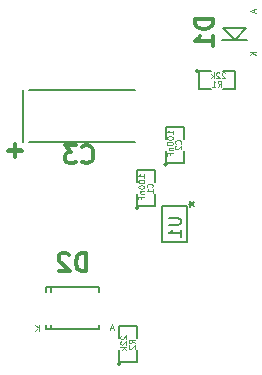
<source format=gbr>
G04 #@! TF.FileFunction,Legend,Bot*
%FSLAX46Y46*%
G04 Gerber Fmt 4.6, Leading zero omitted, Abs format (unit mm)*
G04 Created by KiCad (PCBNEW (2015-05-13 BZR 5653)-product) date 7. 1. 2016 11:06:17*
%MOMM*%
G01*
G04 APERTURE LIST*
%ADD10C,0.300000*%
%ADD11C,0.150000*%
%ADD12C,0.109220*%
%ADD13C,0.304800*%
%ADD14C,0.099060*%
G04 APERTURE END LIST*
D10*
D11*
X13589000Y24384000D02*
G75*
G03X13589000Y24384000I-127000J0D01*
G01*
X13462000Y25527000D02*
X13462000Y24511000D01*
X13462000Y24511000D02*
X14986000Y24511000D01*
X14986000Y24511000D02*
X14986000Y25527000D01*
X14986000Y26543000D02*
X14986000Y27559000D01*
X14986000Y27559000D02*
X13462000Y27559000D01*
X13462000Y27559000D02*
X13462000Y26543000D01*
X1348740Y26248360D02*
X1348740Y30647640D01*
X1849120Y30647640D02*
X10850880Y30647640D01*
X10850880Y26248360D02*
X1849120Y26248360D01*
X695960Y25146000D02*
X695960Y26245820D01*
X96520Y25646380D02*
X1295400Y25646380D01*
X19354800Y34909760D02*
X18303240Y35910520D01*
X18303240Y35910520D02*
X20304760Y35910520D01*
X20304760Y35910520D02*
X19304000Y34909760D01*
X18254980Y34909760D02*
X20353020Y34909760D01*
X3787140Y10441940D02*
X3787140Y10792460D01*
X3787140Y13942060D02*
X3787140Y13591540D01*
X3337560Y10441940D02*
X3337560Y10792460D01*
X7838440Y10441940D02*
X7838440Y10792460D01*
X7838440Y13942060D02*
X7838440Y13591540D01*
X3337560Y13942060D02*
X3337560Y13591540D01*
X7838440Y10441940D02*
X3337560Y10441940D01*
X7838440Y13942060D02*
X3337560Y13942060D01*
X16256000Y32258000D02*
G75*
G03X16256000Y32258000I-127000J0D01*
G01*
X17272000Y32258000D02*
X16256000Y32258000D01*
X16256000Y32258000D02*
X16256000Y30734000D01*
X16256000Y30734000D02*
X17272000Y30734000D01*
X18288000Y30734000D02*
X19304000Y30734000D01*
X19304000Y30734000D02*
X19304000Y32258000D01*
X19304000Y32258000D02*
X18288000Y32258000D01*
X9652000Y7493000D02*
G75*
G03X9652000Y7493000I-127000J0D01*
G01*
X9525000Y8636000D02*
X9525000Y7620000D01*
X9525000Y7620000D02*
X11049000Y7620000D01*
X11049000Y7620000D02*
X11049000Y8636000D01*
X11049000Y9652000D02*
X11049000Y10668000D01*
X11049000Y10668000D02*
X9525000Y10668000D01*
X9525000Y10668000D02*
X9525000Y9652000D01*
X13174000Y20854000D02*
X13174000Y17754000D01*
X13174000Y17754000D02*
X15274000Y17754000D01*
X15274000Y17754000D02*
X15274000Y20854000D01*
X15274000Y20854000D02*
X13174000Y20854000D01*
X11176000Y20701000D02*
G75*
G03X11176000Y20701000I-127000J0D01*
G01*
X11049000Y21844000D02*
X11049000Y20828000D01*
X11049000Y20828000D02*
X12573000Y20828000D01*
X12573000Y20828000D02*
X12573000Y21844000D01*
X12573000Y22860000D02*
X12573000Y23876000D01*
X12573000Y23876000D02*
X11049000Y23876000D01*
X11049000Y23876000D02*
X11049000Y22860000D01*
D12*
X14720207Y26118396D02*
X14744035Y26142224D01*
X14767862Y26213707D01*
X14767862Y26261362D01*
X14744035Y26332845D01*
X14696380Y26380500D01*
X14648724Y26404328D01*
X14553414Y26428156D01*
X14481931Y26428156D01*
X14386620Y26404328D01*
X14338965Y26380500D01*
X14291310Y26332845D01*
X14267482Y26261362D01*
X14267482Y26213707D01*
X14291310Y26142224D01*
X14315138Y26118396D01*
X14315138Y25927776D02*
X14291310Y25903948D01*
X14267482Y25856293D01*
X14267482Y25737155D01*
X14291310Y25689499D01*
X14315138Y25665672D01*
X14362793Y25641844D01*
X14410448Y25641844D01*
X14481931Y25665672D01*
X14767862Y25951603D01*
X14767862Y25641844D01*
X14069362Y26936397D02*
X14069362Y27222329D01*
X14069362Y27079363D02*
X13568982Y27079363D01*
X13640465Y27127018D01*
X13688120Y27174673D01*
X13711948Y27222329D01*
X13568982Y26626638D02*
X13568982Y26578983D01*
X13592810Y26531328D01*
X13616638Y26507500D01*
X13664293Y26483673D01*
X13759603Y26459845D01*
X13878741Y26459845D01*
X13974052Y26483673D01*
X14021707Y26507500D01*
X14045535Y26531328D01*
X14069362Y26578983D01*
X14069362Y26626638D01*
X14045535Y26674294D01*
X14021707Y26698121D01*
X13974052Y26721949D01*
X13878741Y26745777D01*
X13759603Y26745777D01*
X13664293Y26721949D01*
X13616638Y26698121D01*
X13592810Y26674294D01*
X13568982Y26626638D01*
X13568982Y26150086D02*
X13568982Y26102431D01*
X13592810Y26054776D01*
X13616638Y26030948D01*
X13664293Y26007121D01*
X13759603Y25983293D01*
X13878741Y25983293D01*
X13974052Y26007121D01*
X14021707Y26030948D01*
X14045535Y26054776D01*
X14069362Y26102431D01*
X14069362Y26150086D01*
X14045535Y26197742D01*
X14021707Y26221569D01*
X13974052Y26245397D01*
X13878741Y26269225D01*
X13759603Y26269225D01*
X13664293Y26245397D01*
X13616638Y26221569D01*
X13592810Y26197742D01*
X13568982Y26150086D01*
X13735776Y25768845D02*
X14069362Y25768845D01*
X13783431Y25768845D02*
X13759603Y25745017D01*
X13735776Y25697362D01*
X13735776Y25625879D01*
X13759603Y25578224D01*
X13807259Y25554396D01*
X14069362Y25554396D01*
X13807259Y25149327D02*
X13807259Y25316120D01*
X14069362Y25316120D02*
X13568982Y25316120D01*
X13568982Y25077844D01*
D13*
X6403340Y24604254D02*
X6475911Y24531683D01*
X6693625Y24459111D01*
X6838768Y24459111D01*
X7056483Y24531683D01*
X7201625Y24676826D01*
X7274197Y24821969D01*
X7346768Y25112254D01*
X7346768Y25329969D01*
X7274197Y25620254D01*
X7201625Y25765397D01*
X7056483Y25910540D01*
X6838768Y25983111D01*
X6693625Y25983111D01*
X6475911Y25910540D01*
X6403340Y25837969D01*
X5895340Y25983111D02*
X4951911Y25983111D01*
X5459911Y25402540D01*
X5242197Y25402540D01*
X5097054Y25329969D01*
X5024483Y25257397D01*
X4951911Y25112254D01*
X4951911Y24749397D01*
X5024483Y24604254D01*
X5097054Y24531683D01*
X5242197Y24459111D01*
X5677625Y24459111D01*
X5822768Y24531683D01*
X5895340Y24604254D01*
X1279071Y25540063D02*
X117928Y25540063D01*
X698499Y24959491D02*
X698499Y26120634D01*
X17453429Y36684857D02*
X15929429Y36684857D01*
X15929429Y36322000D01*
X16002000Y36104285D01*
X16147143Y35959143D01*
X16292286Y35886571D01*
X16582571Y35814000D01*
X16800286Y35814000D01*
X17090571Y35886571D01*
X17235714Y35959143D01*
X17380857Y36104285D01*
X17453429Y36322000D01*
X17453429Y36684857D01*
X17453429Y34362571D02*
X17453429Y35233428D01*
X17453429Y34798000D02*
X15929429Y34798000D01*
X16147143Y34943143D01*
X16292286Y35088285D01*
X16364857Y35233428D01*
D14*
X20936797Y37479998D02*
X20936797Y37241721D01*
X21079762Y37527653D02*
X20579382Y37360859D01*
X21079762Y37194066D01*
X21079762Y33890192D02*
X20579382Y33890192D01*
X21079762Y33604260D02*
X20793831Y33818709D01*
X20579382Y33604260D02*
X20865314Y33890192D01*
D13*
X6712857Y15312571D02*
X6712857Y16836571D01*
X6350000Y16836571D01*
X6132285Y16764000D01*
X5987143Y16618857D01*
X5914571Y16473714D01*
X5842000Y16183429D01*
X5842000Y15965714D01*
X5914571Y15675429D01*
X5987143Y15530286D01*
X6132285Y15385143D01*
X6350000Y15312571D01*
X6712857Y15312571D01*
X5261428Y16691429D02*
X5188857Y16764000D01*
X5043714Y16836571D01*
X4680857Y16836571D01*
X4535714Y16764000D01*
X4463143Y16691429D01*
X4390571Y16546286D01*
X4390571Y16401143D01*
X4463143Y16183429D01*
X5334000Y15312571D01*
X4390571Y15312571D01*
D14*
X9006598Y10508403D02*
X8768321Y10508403D01*
X9054253Y10365438D02*
X8887459Y10865818D01*
X8720666Y10365438D01*
X2719312Y10266378D02*
X2719312Y10766758D01*
X2433380Y10266378D02*
X2647829Y10552309D01*
X2433380Y10766758D02*
X2719312Y10480826D01*
D12*
X17863396Y30952138D02*
X18030190Y31190414D01*
X18149328Y30952138D02*
X18149328Y31452518D01*
X17958707Y31452518D01*
X17911052Y31428690D01*
X17887224Y31404862D01*
X17863396Y31357207D01*
X17863396Y31285724D01*
X17887224Y31238069D01*
X17911052Y31214241D01*
X17958707Y31190414D01*
X18149328Y31190414D01*
X17386844Y30952138D02*
X17672776Y30952138D01*
X17529810Y30952138D02*
X17529810Y31452518D01*
X17577465Y31381035D01*
X17625120Y31333380D01*
X17672776Y31309552D01*
X18490777Y32103362D02*
X18466949Y32127190D01*
X18419294Y32151018D01*
X18300156Y32151018D01*
X18252500Y32127190D01*
X18228673Y32103362D01*
X18204845Y32055707D01*
X18204845Y32008052D01*
X18228673Y31936569D01*
X18514604Y31650638D01*
X18204845Y31650638D01*
X18014225Y32103362D02*
X17990397Y32127190D01*
X17942742Y32151018D01*
X17823604Y32151018D01*
X17775948Y32127190D01*
X17752121Y32103362D01*
X17728293Y32055707D01*
X17728293Y32008052D01*
X17752121Y31936569D01*
X18038052Y31650638D01*
X17728293Y31650638D01*
X17513845Y31650638D02*
X17513845Y32151018D01*
X17466190Y31841259D02*
X17323224Y31650638D01*
X17323224Y31984224D02*
X17513845Y31793603D01*
X10830862Y9227396D02*
X10592586Y9394190D01*
X10830862Y9513328D02*
X10330482Y9513328D01*
X10330482Y9322707D01*
X10354310Y9275052D01*
X10378138Y9251224D01*
X10425793Y9227396D01*
X10497276Y9227396D01*
X10544931Y9251224D01*
X10568759Y9275052D01*
X10592586Y9322707D01*
X10592586Y9513328D01*
X10378138Y9036776D02*
X10354310Y9012948D01*
X10330482Y8965293D01*
X10330482Y8846155D01*
X10354310Y8798499D01*
X10378138Y8774672D01*
X10425793Y8750844D01*
X10473448Y8750844D01*
X10544931Y8774672D01*
X10830862Y9060603D01*
X10830862Y8750844D01*
X9679638Y9854777D02*
X9655810Y9830949D01*
X9631982Y9783294D01*
X9631982Y9664156D01*
X9655810Y9616500D01*
X9679638Y9592673D01*
X9727293Y9568845D01*
X9774948Y9568845D01*
X9846431Y9592673D01*
X10132362Y9878604D01*
X10132362Y9568845D01*
X9679638Y9378225D02*
X9655810Y9354397D01*
X9631982Y9306742D01*
X9631982Y9187604D01*
X9655810Y9139948D01*
X9679638Y9116121D01*
X9727293Y9092293D01*
X9774948Y9092293D01*
X9846431Y9116121D01*
X10132362Y9402052D01*
X10132362Y9092293D01*
X10132362Y8877845D02*
X9631982Y8877845D01*
X9941741Y8830190D02*
X10132362Y8687224D01*
X9798776Y8687224D02*
X9989397Y8877845D01*
D11*
X13727181Y19811905D02*
X14536705Y19811905D01*
X14631943Y19764286D01*
X14679562Y19716667D01*
X14727181Y19621429D01*
X14727181Y19430952D01*
X14679562Y19335714D01*
X14631943Y19288095D01*
X14536705Y19240476D01*
X13727181Y19240476D01*
X14727181Y18240476D02*
X14727181Y18811905D01*
X14727181Y18526191D02*
X13727181Y18526191D01*
X13870038Y18621429D01*
X13965276Y18716667D01*
X14012895Y18811905D01*
X15403581Y21018500D02*
X15641676Y21018500D01*
X15546438Y21256595D02*
X15641676Y21018500D01*
X15546438Y20780404D01*
X15832152Y21161357D02*
X15641676Y21018500D01*
X15832152Y20875642D01*
D12*
X12307207Y22435396D02*
X12331035Y22459224D01*
X12354862Y22530707D01*
X12354862Y22578362D01*
X12331035Y22649845D01*
X12283380Y22697500D01*
X12235724Y22721328D01*
X12140414Y22745156D01*
X12068931Y22745156D01*
X11973620Y22721328D01*
X11925965Y22697500D01*
X11878310Y22649845D01*
X11854482Y22578362D01*
X11854482Y22530707D01*
X11878310Y22459224D01*
X11902138Y22435396D01*
X12354862Y21958844D02*
X12354862Y22244776D01*
X12354862Y22101810D02*
X11854482Y22101810D01*
X11925965Y22149465D01*
X11973620Y22197120D01*
X11997448Y22244776D01*
X11656362Y23253397D02*
X11656362Y23539329D01*
X11656362Y23396363D02*
X11155982Y23396363D01*
X11227465Y23444018D01*
X11275120Y23491673D01*
X11298948Y23539329D01*
X11155982Y22943638D02*
X11155982Y22895983D01*
X11179810Y22848328D01*
X11203638Y22824500D01*
X11251293Y22800673D01*
X11346603Y22776845D01*
X11465741Y22776845D01*
X11561052Y22800673D01*
X11608707Y22824500D01*
X11632535Y22848328D01*
X11656362Y22895983D01*
X11656362Y22943638D01*
X11632535Y22991294D01*
X11608707Y23015121D01*
X11561052Y23038949D01*
X11465741Y23062777D01*
X11346603Y23062777D01*
X11251293Y23038949D01*
X11203638Y23015121D01*
X11179810Y22991294D01*
X11155982Y22943638D01*
X11155982Y22467086D02*
X11155982Y22419431D01*
X11179810Y22371776D01*
X11203638Y22347948D01*
X11251293Y22324121D01*
X11346603Y22300293D01*
X11465741Y22300293D01*
X11561052Y22324121D01*
X11608707Y22347948D01*
X11632535Y22371776D01*
X11656362Y22419431D01*
X11656362Y22467086D01*
X11632535Y22514742D01*
X11608707Y22538569D01*
X11561052Y22562397D01*
X11465741Y22586225D01*
X11346603Y22586225D01*
X11251293Y22562397D01*
X11203638Y22538569D01*
X11179810Y22514742D01*
X11155982Y22467086D01*
X11322776Y22085845D02*
X11656362Y22085845D01*
X11370431Y22085845D02*
X11346603Y22062017D01*
X11322776Y22014362D01*
X11322776Y21942879D01*
X11346603Y21895224D01*
X11394259Y21871396D01*
X11656362Y21871396D01*
X11394259Y21466327D02*
X11394259Y21633120D01*
X11656362Y21633120D02*
X11155982Y21633120D01*
X11155982Y21394844D01*
M02*

</source>
